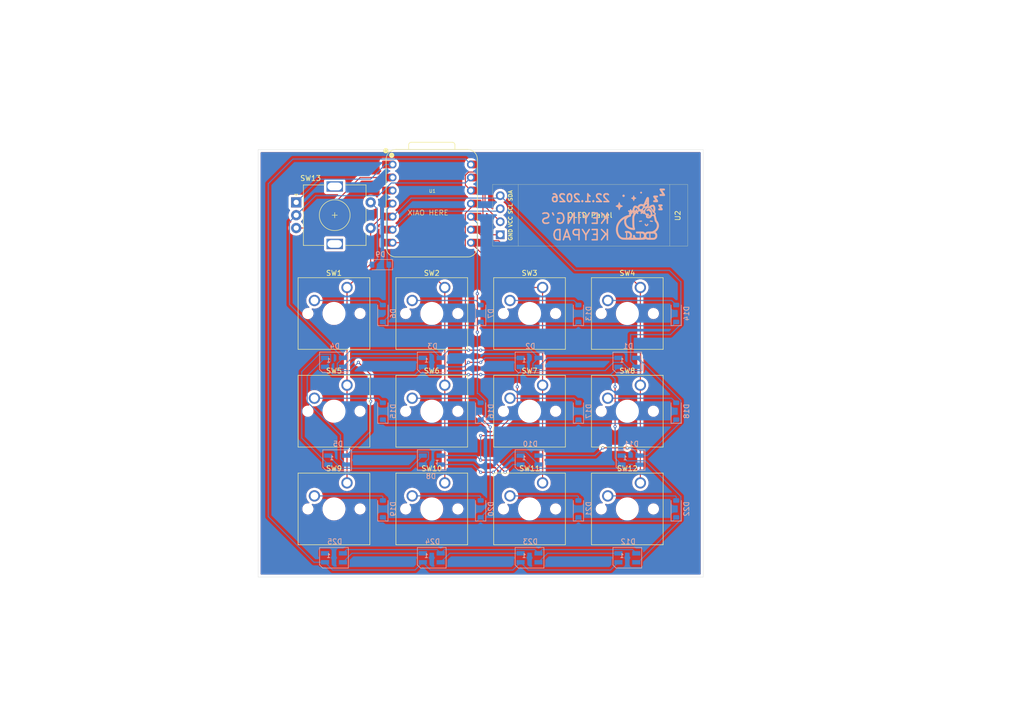
<source format=kicad_pcb>
(kicad_pcb (version 20241229) (generator "pcbnew") (generator_version "9.0")
  (layers (0 "F.Cu" signal) (2 "B.Cu" signal) (13 "F.Paste" user) (15 "B.Paste" user) (5 "F.SilkS" user "F.Silkscreen") (7 "B.SilkS" user "B.Silkscreen") (1 "F.Mask" user) (3 "B.Mask" user) (25 "Edge.Cuts" user))
  (net 0 "")
  (net 1 "+5V")
  (net 2 "GND")
  (net 3 "Net-(D6-A)")
  (net 4 "Net-(D7-A)")
  (net 5 "Net-(D13-A)")
  (net 6 "Net-(D15-A)")
  (net 7 "Net-(D16-A)")
  (net 8 "Net-(D17-A)")
  (net 9 "Net-(D18-A)")
  (net 10 "Net-(D19-A)")
  (net 11 "Row 2")
  (net 12 "Net-(D20-A)")
  (net 13 "Net-(D21-A)")
  (net 14 "Net-(D22-A)")
  (net 15 "Column 3")
  (net 16 "Column 2")
  (net 17 "Column 1")
  (net 18 "Column 0")
  (net 19 "Net-(D1-DOUT)")
  (net 20 "Net-(D2-DOUT)")
  (net 21 "Net-(D5-DOUT)")
  (net 22 "A")
  (net 23 "B")
  (net 24 "Net-(D1-DIN)")
  (net 25 "E")
  (net 26 "Net-(D9-A)")
  (net 27 "Net-(D14-A)")
  (net 28 "Net-(D3-DOUT)")
  (net 29 "Net-(D4-DOUT)")
  (net 30 "Net-(D10-DOUT)")
  (net 31 "Net-(D11-DOUT)")
  (net 32 "Row 1")
  (net 33 "Net-(U1-GPIO7{slash}SCL)")
  (net 34 "+3.3V")
  (net 35 "Net-(D12-VSS)")
  (net 36 "Net-(D12-DOUT)")
  (net 37 "Net-(D23-DOUT)")
  (net 38 "Net-(D24-DOUT)")
  (net 40 "Net-(D1-VDD)")
  (net 41 "Net-(D10-DIN)")
  (footprint "Button_Switch_Keyboard:MX CHERRY SWITCH" (layer "F.Cu") (at 140.6525 87.78875)
    (property "Reference" "SW2")
    (property "Value" "SW_Push_45deg")
  )
  (footprint "OPL Lib:XIAO-RP2040-DIP" (layer "F.Cu") (at 138.1125 71.4375)
    (property "Reference" "U1")
    (property "Value" "XIAO-RP2040-DIP")
  )
  (footprint "Button_Switch_Keyboard:MX CHERRY SWITCH" (layer "F.Cu") (at 140.6525 125.88875)
    (property "Reference" "SW10")
    (property "Value" "SW_Push_45deg")
  )
  (footprint "Button_Switch_Keyboard:MX CHERRY SWITCH" (layer "F.Cu") (at 159.7025 106.83875)
    (property "Reference" "SW7")
    (property "Value" "SW_Push_45deg")
  )
  (footprint "Button_Switch_Keyboard:MX CHERRY SWITCH" (layer "F.Cu") (at 178.7525 87.78875)
    (property "Reference" "SW4")
    (property "Value" "SW_Push_45deg")
  )
  (footprint "Button_Switch_Keyboard:MX CHERRY SWITCH" (layer "F.Cu") (at 159.7025 87.78875)
    (property "Reference" "SW3")
    (property "Value" "SW_Push_45deg")
  )
  (footprint "Button_Switch_Keyboard:MX CHERRY SWITCH" (layer "F.Cu") (at 178.7525 125.88875)
    (property "Reference" "SW12")
    (property "Value" "SW_Push_45deg")
  )
  (footprint "Button_Switch_Keyboard:MX CHERRY SWITCH" (layer "F.Cu") (at 178.7525 106.83875)
    (property "Reference" "SW8")
    (property "Value" "SW_Push_45deg")
  )
  (footprint "OLED:SSD1306-0.91-OLED-4pin-128x32" (layer "F.Cu") (at 187.95375 79.70375 180)
    (property "Reference" "U2")
    (property "Value" "SSD1306")
  )
  (footprint "Button_Switch_Keyboard:MX CHERRY SWITCH" (layer "F.Cu") (at 159.7025 125.88875)
    (property "Reference" "SW11")
    (property "Value" "SW_Push_45deg")
  )
  (footprint "Button_Switch_Keyboard:MX CHERRY SWITCH" (layer "F.Cu") (at 121.6025 125.88875)
    (property "Reference" "SW9")
    (property "Value" "SW_Push_45deg")
  )
  (footprint "Button_Switch_Keyboard:MX CHERRY SWITCH" (layer "F.Cu") (at 140.6525 106.83875)
    (property "Reference" "SW6")
    (property "Value" "SW_Push_45deg")
  )
  (footprint "Rotary encoder:RotaryEncoder_Alps_EC11E-Switch_Vertical_H20mm" (layer "F.Cu") (at 111.70625 71.2)
    (property "Reference" "SW13")
    (property "Value" "RotaryEncoder_Switch")
  )
  (footprint "Button_Switch_Keyboard:MX CHERRY SWITCH" (layer "F.Cu") (at 121.6025 87.78875)
    (property "Reference" "SW1")
    (property "Value" "SW_Push_45deg")
  )
  (footprint "Button_Switch_Keyboard:MX CHERRY SWITCH" (layer "F.Cu") (at 121.6025 106.83875)
    (property "Reference" "SW5")
    (property "Value" "SW_Push_45deg")
  )
  (footprint "Diode_SMD:D_SOD-123" (layer "B.Cu") (at 185.7375 92.86875 90)
    (property "Reference" "D14")
    (property "Value" "1N4148WT")
  )
  (footprint "LED_SMD:LEDSK6812 MODEL" (layer "B.Cu") (at 157.1625 140.49375 180)
    (property "Reference" "D23")
    (property "Value" "SK6812")
  )
  (footprint "LED_SMD:LEDSK6812 MODEL" (layer "B.Cu") (at 119.69375 121.44375 180)
    (property "Reference" "D5")
    (property "Value" "SK6812")
  )
  (footprint "Diode_SMD:D_SOD-123" (layer "B.Cu") (at 128.5875 111.91875 90)
    (property "Reference" "D15")
    (property "Value" "1N4148WT")
  )
  (footprint "Diode_SMD:D_SOD-123" (layer "B.Cu") (at 128.11125 83.34375 180)
    (property "Reference" "D9")
    (property "Value" "1N4148WT")
  )
  (footprint "Hackpad:unicorn 12x12" (layer "B.Cu") (at 178.75 73.5 180)
    (property "Reference" "G***")
    (property "Value" "LOGO" (hide yes))
  )
  (footprint "Diode_SMD:D_SOD-123" (layer "B.Cu") (at 128.5875 92.86875 90)
    (property "Reference" "D6")
    (property "Value" "1N4148WT")
  )
  (footprint "LED_SMD:LEDSK6812 MODEL" (layer "B.Cu") (at 138.1125 121.44375)
    (property "Reference" "D8")
    (property "Value" "SK6812")
  )
  (footprint "Diode_SMD:D_SOD-123" (layer "B.Cu") (at 185.7375 111.91875 90)
    (property "Reference" "D18")
    (property "Value" "1N4148WT")
  )
  (footprint "Diode_SMD:D_SOD-123" (layer "B.Cu") (at 166.6875 111.91875 90)
    (property "Reference" "D17")
    (property "Value" "1N4148WT")
  )
  (footprint "Diode_SMD:D_SOD-123" (layer "B.Cu") (at 166.6875 92.86875 90)
    (property "Reference" "D13")
    (property "Value" "1N4148WT")
  )
  (footprint "Diode_SMD:D_SOD-123" (layer "B.Cu") (at 185.7375 130.96875 90)
    (property "Reference" "D22")
    (property "Value" "1N4148WT")
  )
  (footprint "Diode_SMD:D_SOD-123" (layer "B.Cu") (at 147.6375 111.91875 90)
    (property "Reference" "D16")
    (property "Value" "1N4148WT")
  )
  (footprint "LED_SMD:LEDSK6812 MODEL" (layer "B.Cu") (at 138.1125 102.39375 180)
    (property "Reference" "D3")
    (property "Value" "SK6812")
  )
  (footprint "Diode_SMD:D_SOD-123" (layer "B.Cu") (at 166.6875 130.96875 90)
    (property "Reference" "D21")
    (property "Value" "1N4148WT")
  )
  (footprint "LED_SMD:LEDSK6812 MODEL" (layer "B.Cu") (at 157.1625 121.44375 180)
    (property "Reference" "D10")
    (property "Value" "SK6812")
  )
  (footprint "LED_SMD:LEDSK6812 MODEL" (layer "B.Cu") (at 157.1625 102.39375 180)
    (property "Reference" "D2")
    (property "Value" "SK6812")
  )
  (footprint "Diode_SMD:D_SOD-123" (layer "B.Cu") (at 147.6375 130.96875 90)
    (property "Reference" "D20")
    (property "Value" "1N4148WT")
  )
  (footprint "Diode_SMD:D_SOD-123" (layer "B.Cu") (at 147.6375 92.86875 90)
    (property "Reference" "D7")
    (property "Value" "1N4148WT")
  )
  (footprint "LED_SMD:LEDSK6812 MODEL" (layer "B.Cu") (at 119.0625 140.49375 180)
    (property "Reference" "D25")
    (property "Value" "SK6812")
  )
  (footprint "LED_SMD:LEDSK6812 MODEL" (layer "B.Cu") (at 176.84375 121.44375 180)
    (property "Reference" "D11")
    (property "Value" "SK6812")
  )
  (footprint "LED_SMD:LEDSK6812 MODEL" (layer "B.Cu") (at 176.2125 102.39375 180)
    (property "Reference" "D1")
    (property "Value" "SK6812")
  )
  (footprint "LED_SMD:LEDSK6812 MODEL" (layer "B.Cu") (at 138.1125 140.49375 180)
    (property "Reference" "D24")
    (property "Value" "SK6812")
  )
  (footprint "LED_SMD:LEDSK6812 MODEL" (layer "B.Cu") (at 119.0625 102.39375 180)
    (property "Reference" "D4")
    (property "Value" "SK6812")
  )
  (footprint "LED_SMD:LEDSK6812 MODEL" (layer "B.Cu") (at 176.2125 140.49375 180)
    (property "Reference" "D12")
    (property "Value" "SK6812")
  )
  (footprint "Diode_SMD:D_SOD-123" (layer "B.Cu") (at 128.5875 130.96875 90)
    (property "Reference" "D19")
    (property "Value" "1N4148WT")
  )
  (gr_rect (start 104.275 60.9125) (end 191 144.25625) (stroke (width 0.05)) (fill no) (layer "Edge.Cuts"))
  (gr_text "XIAO HERE" (at 133.35 73.81875 0) (layer "F.SilkS") (effects (font (size 1 1) (thickness 0.1)) (justify left bottom)))
  (gr_text "KEYING'S\nKEYPAD" (at 173 78.75 0) (layer "B.SilkS") (effects (font (size 2 2) (thickness 0.3)) (justify left bottom mirror)))
  (gr_text "22.1.2026" (at 173 71.25 -0) (layer "B.SilkS") (effects (font (size 1.5 1.5) (thickness 0.3) (bold yes)) (justify left bottom mirror)))
  (segment (start 172.95625 142.875) (end 174.4625 141.36875) (width 0.2) (layer "B.Cu") (net 1))
  (segment (start 117.3125 141.36875) (end 118.81875 142.875) (width 0.2) (layer "B.Cu") (net 1))
  (segment (start 111.07675 62.7545) (end 106.26775 67.5635) (width 0.2) (layer "B.Cu") (net 1))
  (segment (start 136.3625 141.36875) (end 137.86875 142.875) (width 0.2) (layer "B.Cu") (net 1))
  (segment (start 106.26775 67.5635) (end 106.26775 132.4615) (width 0.2) (layer "B.Cu") (net 1))
  (segment (start 145.7325 63.8175) (end 144.6695 62.7545) (width 0.2) (layer "B.Cu") (net 1))
  (segment (start 156.91875 142.875) (end 172.95625 142.875) (width 0.2) (layer "B.Cu") (net 1))
  (segment (start 144.6695 62.7545) (end 111.07675 62.7545) (width 0.2) (layer "B.Cu") (net 1))
  (segment (start 155.4125 141.36875) (end 156.91875 142.875) (width 0.2) (layer "B.Cu") (net 1))
  (segment (start 134.85625 142.875) (end 136.3625 141.36875) (width 0.2) (layer "B.Cu") (net 1))
  (segment (start 115.175 141.36875) (end 117.3125 141.36875) (width 0.2) (layer "B.Cu") (net 1))
  (segment (start 137.86875 142.875) (end 153.90625 142.875) (width 0.2) (layer "B.Cu") (net 1))
  (segment (start 153.90625 142.875) (end 155.4125 141.36875) (width 0.2) (layer "B.Cu") (net 1))
  (segment (start 118.81875 142.875) (end 134.85625 142.875) (width 0.2) (layer "B.Cu") (net 1))
  (segment (start 106.26775 132.4615) (end 115.175 141.36875) (width 0.2) (layer "B.Cu") (net 1))
  (segment (start 146.81013 66.3575) (end 145.7325 66.3575) (width 0.2) (layer "F.Cu") (net 2))
  (segment (start 148.0845 67.63187) (end 146.81013 66.3575) (width 0.2) (layer "F.Cu") (net 2))
  (segment (start 145.2695 100.0125) (end 147.6375 100.0125) (width 0.2) (layer "F.Cu") (net 2))
  (segment (start 149.39825 77.51375) (end 148.0845 76.2) (width 0.2) (layer "F.Cu") (net 2))
  (segment (start 126.20625 109.97875) (end 126.20625 104.775) (width 0.2) (layer "F.Cu") (net 2))
  (segment (start 151.45375 77.51375) (end 149.39825 77.51375) (width 0.2) (layer "F.Cu") (net 2))
  (segment (start 148.0845 76.2) (end 148.0845 67.63187) (width 0.2) (layer "F.Cu") (net 2))
  (segment (start 171.45 119.0625) (end 176.2125 119.0625) (width 0.2) (layer "F.Cu") (net 2))
  (segment (start 126.20625 104.775) (end 123.825 102.39375) (width 0.2) (layer "F.Cu") (net 2))
  (via (at 126.20625 109.97875) (size 0.6) (drill 0.3) (layers "F.Cu" "B.Cu") (net 2))
  (via (at 123.825 102.39375) (size 0.6) (drill 0.3) (layers "F.Cu" "B.Cu") (net 2))
  (via (at 147.6375 100.0125) (size 0.6) (drill 0.3) (layers "F.Cu" "B.Cu") (net 2))
  (via (at 171.45 119.0625) (size 0.6) (drill 0.3) (layers "F.Cu" "B.Cu") (net 2))
  (via (at 145.2695 100.0125) (size 0.6) (drill 0.3) (layers "F.Cu" "B.Cu") (net 2))
  (via (at 176.2125 119.0625) (size 0.6) (drill 0.3) (layers "F.Cu" "B.Cu") (net 2))
  (segment (start 158.9125 101.51875) (end 157.8115 102.61975) (width 0.2) (layer "B.Cu") (net 2))
  (segment (start 176.2125 119.0625) (end 177.0875 119.0625) (width 0.2) (layer "B.Cu") (net 2))
  (segment (start 186.6385 114.01786) (end 186.6385 109.81964) (width 0.2) (layer "B.Cu") (net 2))
  (segment (start 178.33761 101.51875) (end 177.9625 101.51875) (width 0.2) (layer "B.Cu") (net 2))
  (segment (start 122.31875 100.0125) (end 138.35625 100.0125) (width 0.2) (layer "B.Cu") (net 2))
  (segment (start 178.59375 120.56875) (end 180.08761 120.56875) (width 0.2) (layer "B.Cu") (net 2))
  (segment (start 157.8115 103.99475) (end 171.9095 103.99475) (width 0.2) (layer "B.Cu") (net 2))
  (segment (start 158.9125 120.56875) (end 169.94375 120.56875) (width 0.2) (layer "B.Cu") (net 2))
  (segment (start 111.70625 73.7) (end 115.50725 69.899) (width 0.2) (layer "B.Cu") (net 2))
  (segment (start 180.08761 120.56875) (end 186.6385 114.01786) (width 0.2) (layer "B.Cu") (net 2))
  (segment (start 175.2605 102.39375) (end 176.8615 103.99475) (width 0.2) (layer "B.Cu") (net 2))
  (segment (start 137.4635 121.21775) (end 137.4635 119.84275) (width 0.2) (layer "B.Cu") (net 2))
  (segment (start 123.825 102.39375) (end 122.224 103.99475) (width 0.2) (layer "B.Cu") (net 2))
  (segment (start 151.45375 77.51375) (end 150.973 77.9945) (width 0.2) (layer "B.Cu") (net 2))
  (segment (start 173.5105 102.39375) (end 175.2605 102.39375) (width 0.2) (layer "B.Cu") (net 2))
  (segment (start 119.7115 102.61975) (end 120.8125 101.51875) (width 0.2) (layer "B.Cu") (net 2))
  (segment (start 147.6375 100.0125) (end 157.40625 100.0125) (width 0.2) (layer "B.Cu") (net 2))
  (segment (start 141.36875 100.0125) (end 145.2695 100.0125) (width 0.2) (layer "B.Cu") (net 2))
  (segment (start 157.40625 100.0125) (end 158.9125 101.51875) (width 0.2) (layer "B.Cu") (net 2))
  (segment (start 110.40525 75.001) (end 111.70625 73.7) (width 0.2) (layer "B.Cu") (net 2))
  (segment (start 137.4635 119.84275) (end 122.16975 119.84275) (width 0.2) (layer "B.Cu") (net 2))
  (segment (start 177.0875 119.0625) (end 178.59375 120.56875) (width 0.2) (layer "B.Cu") (net 2))
  (segment (start 179.0635 102.61975) (end 177.9625 101.51875) (width 0.2) (layer "B.Cu") (net 2))
  (segment (start 120.8125 101.51875) (end 122.31875 100.0125) (width 0.2) (layer "B.Cu") (net 2))
  (segment (start 126.20625 115.80625) (end 126.20625 109.97875) (width 0.2) (layer "B.Cu") (net 2))
  (segment (start 138.35625 100.0125) (end 139.8625 101.51875) (width 0.2) (layer "B.Cu") (net 2))
  (segment (start 179.0635 103.99475) (end 179.0635 102.61975) (width 0.2) (layer "B.Cu") (net 2))
  (segment (start 115.50725 69.899) (end 127.74475 69.899) (width 0.2) (layer "B.Cu") (net 2))
  (segment (start 127.74475 69.899) (end 130.22325 67.4205) (width 0.2) (layer "B.Cu") (net 2))
  (segment (start 119.7115 103.99475) (end 119.7115 102.61975) (width 0.2) (layer "B.Cu") (net 2))
  (segment (start 169.94375 120.56875) (end 171.45 119.0625) (width 0.2) (layer "B.Cu") (net 2))
  (segment (start 110.40525 91.1115) (end 110.40525 75.001) (width 0.2) (layer "B.Cu") (net 2))
  (segment (start 171.9095 103.99475) (end 173.5105 102.39375) (width 0.2) (layer "B.Cu") (net 2))
  (segment (start 121.44375 120.56875) (end 126.20625 115.80625) (width 0.2) (layer "B.Cu") (net 2))
  (segment (start 144.6695 67.4205) (end 145.7325 66.3575) (width 0.2) (layer "B.Cu") (net 2))
  (segment (start 176.8615 103.99475) (end 179.0635 103.99475) (width 0.2) (layer "B.Cu") (net 2))
  (segment (start 122.16975 119.84275) (end 121.44375 120.56875) (width 0.2) (layer "B.Cu") (net 2))
  (segment (start 136.3625 122.31875) (end 137.4635 121.21775) (width 0.2) (layer "B.Cu") (net 2))
  (segment (start 186.6385 109.81964) (end 178.33761 101.51875) (width 0.2) (layer "B.Cu") (net 2))
  (segment (start 130.22325 67.4205) (end 144.6695 67.4205) (width 0.2) (layer "B.Cu") (net 2))
  (segment (start 157.8115 102.61975) (end 157.8115 103.99475) (width 0.2) (layer "B.Cu") (net 2))
  (segment (start 120.8125 101.51875) (end 110.40525 91.1115) (width 0.2) (layer "B.Cu") (net 2))
  (segment (start 139.8625 101.51875) (end 141.36875 100.0125) (width 0.2) (layer "B.Cu") (net 2))
  (segment (start 122.224 103.99475) (end 119.7115 103.99475) (width 0.2) (layer "B.Cu") (net 2))
  (segment (start 127.6975 90.32875) (end 128.5875 91.21875) (width 0.2) (layer "B.Cu") (net 3))
  (segment (start 115.2525 90.32875) (end 127.6975 90.32875) (width 0.2) (layer "B.Cu") (net 3))
  (segment (start 134.3025 90.32875) (end 146.7475 90.32875) (width 0.2) (layer "B.Cu") (net 4))
  (segment (start 146.7475 90.32875) (end 147.6375 91.21875) (width 0.2) (layer "B.Cu") (net 4))
  (segment (start 153.3525 90.32875) (end 165.7975 90.32875) (width 0.2) (layer "B.Cu") (net 5))
  (segment (start 165.7975 90.32875) (end 166.6875 91.21875) (width 0.2) (layer "B.Cu") (net 5))
  (segment (start 128.5875 110.26875) (end 127.6975 109.37875) (width 0.2) (layer "B.Cu") (net 6))
  (segment (start 127.6975 109.37875) (end 115.2525 109.37875) (width 0.2) (layer "B.Cu") (net 6))
  (segment (start 147.6375 110.26875) (end 146.7475 109.37875) (width 0.2) (layer "B.Cu") (net 7))
  (segment (start 146.7475 109.37875) (end 134.3025 109.37875) (width 0.2) (layer "B.Cu") (net 7))
  (segment (start 165.7975 109.37875) (end 153.3525 109.37875) (width 0.2) (layer "B.Cu") (net 8))
  (segment (start 166.6875 110.26875) (end 165.7975 109.37875) (width 0.2) (layer "B.Cu") (net 8))
  (segment (start 185.7375 110.26875) (end 184.8475 109.37875) (width 0.2) (layer "B.Cu") (net 9))
  (segment (start 184.8475 109.37875) (end 172.4025 109.37875) (width 0.2) (layer "B.Cu") (net 9))
  (segment (start 128.42875 128.42875) (end 128.5875 128.5875) (width 0.2) (layer "B.Cu") (net 10))
  (segment (start 128.5875 129.31875) (end 128.5875 128.5875) (width 0.2) (layer "B.Cu") (net 10))
  (segment (start 115.2525 128.42875) (end 128.42875 128.42875) (width 0.2) (layer "B.Cu") (net 10))
  (segment (start 144.6695 73.3355) (end 144.6695 110.1695) (width 0.2) (layer "F.Cu") (net 11))
  (segment (start 144.6695 110.1695) (end 149.5 115) (width 0.2) (layer "F.Cu") (net 11))
  (segment (start 146.5675 71.4375) (end 144.6695 73.3355) (width 0.2) (layer "F.Cu") (net 11))
  (via (at 149.5 115) (size 0.6) (drill 0.3) (layers "F.Cu" "B.Cu") (net 11))
  (segment (start 185.7375 132.61875) (end 185.0365 133.31975) (width 0.2) (layer "B.Cu") (net 11))
  (segment (start 148.3385 133.31975) (end 147.6375 132.61875) (width 0.2) (layer "B.Cu") (net 11))
  (segment (start 147.6375 132.61875) (end 149.5 130.75625) (width 0.2) (layer "B.Cu") (net 11))
  (segment (start 167.3885 133.31975) (end 166.6875 132.61875) (width 0.2) (layer "B.Cu") (net 11))
  (segment (start 165.9865 133.31975) (end 148.3385 133.31975) (width 0.2) (layer "B.Cu") (net 11))
  (segment (start 147.6375 132.61875) (end 146.90625 133.35) (width 0.2) (layer "B.Cu") (net 11))
  (segment (start 146.90625 133.35) (end 129.31875 133.35) (width 0.2) (layer "B.Cu") (net 11))
  (segment (start 129.31875 133.35) (end 128.5875 132.61875) (width 0.2) (layer "B.Cu") (net 11))
  (segment (start 149.5 130.75625) (end 149.5 115) (width 0.2) (layer "B.Cu") (net 11))
  (segment (start 185.0365 133.31975) (end 167.3885 133.31975) (width 0.2) (layer "B.Cu") (net 11))
  (segment (start 166.6875 132.61875) (end 165.9865 133.31975) (width 0.2) (layer "B.Cu") (net 11))
  (segment (start 147.47875 128.42875) (end 147.6375 128.5875) (width 0.2) (layer "B.Cu") (net 12))
  (segment (start 147.6375 129.31875) (end 147.6375 128.5875) (width 0.2) (layer "B.Cu") (net 12))
  (segment (start 134.3025 128.42875) (end 147.47875 128.42875) (width 0.2) (layer "B.Cu") (net 12))
  (segment (start 166.6875 129.31875) (end 166.6875 128.5875) (width 0.2) (layer "B.Cu") (net 13))
  (segment (start 153.3525 128.42875) (end 166.52875 128.42875) (width 0.2) (layer "B.Cu") (net 13))
  (segment (start 166.52875 128.42875) (end 166.6875 128.5875) (width 0.2) (layer "B.Cu") (net 13))
  (segment (start 185.7375 129.31875) (end 185.7375 128.5875) (width 0.2) (layer "B.Cu") (net 14))
  (segment (start 172.4025 128.42875) (end 185.57875 128.42875) (width 0.2) (layer "B.Cu") (net 14))
  (segment (start 185.57875 128.42875) (end 185.7375 128.5875) (width 0.2) (layer "B.Cu") (net 14))
  (segment (start 126.20625 76.2) (end 128.1405 74.26575) (width 0.2) (layer "F.Cu") (net 15))
  (segment (start 128.1405 70.4145) (end 129.6575 68.8975) (width 0.2) (layer "F.Cu") (net 15))
  (segment (start 126.20625 83.185) (end 126.20625 76.2) (width 0.2) (layer "F.Cu") (net 15))
  (segment (start 121.6025 87.78875) (end 126.20625 83.185) (width 0.2) (layer "F.Cu") (net 15))
  (segment (start 121.6025 87.78875) (end 121.6025 125.88875) (width 0.2) (layer "F.Cu") (net 15))
  (segment (start 129.6575 68.8975) (end 130.4925 68.8975) (width 0.2) (layer "F.Cu") (net 15))
  (segment (start 128.1405 74.26575) (end 128.1405 70.4145) (width 0.2) (layer "F.Cu") (net 15))
  (segment (start 140.6525 125.88875) (end 140.6525 87.78875) (width 0.2) (layer "F.Cu") (net 16))
  (segment (start 131.92125 79.0575) (end 130.4925 79.0575) (width 0.2) (layer "F.Cu") (net 16))
  (segment (start 140.6525 87.78875) (end 131.92125 79.0575) (width 0.2) (layer "F.Cu") (net 16))
  (segment (start 159.7025 87.78875) (end 154.46375 87.78875) (width 0.2) (layer "F.Cu") (net 17))
  (segment (start 154.46375 87.78875) (end 145.7325 79.0575) (width 0.2) (layer "F.Cu") (net 17))
  (segment (start 159.7025 87.78875) (end 159.7025 125.88875) (width 0.2) (layer "F.Cu") (net 17))
  (segment (start 178.7525 87.78875) (end 176.68875 85.725) (width 0.2) (layer "F.Cu") (net 18))
  (segment (start 176.68875 85.725) (end 158.20585 85.725) (width 0.2) (layer "F.Cu") (net 18))
  (segment (start 178.7525 125.88875) (end 178.7525 87.78875) (width 0.2) (layer "F.Cu") (net 18))
  (segment (start 151.1456 78.66475) (end 148.71475 78.66475) (width 0.2) (layer "F.Cu") (net 18))
  (segment (start 158.20585 85.725) (end 151.1456 78.66475) (width 0.2) (layer "F.Cu") (net 18))
  (segment (start 146.875616 76.5175) (end 145.7325 76.5175) (width 0.2) (layer "F.Cu") (net 18))
  (segment (start 148.71475 78.66475) (end 146.5675 76.5175) (width 0.2) (layer "F.Cu") (net 18))
  (segment (start 174.4625 101.51875) (end 160.6625 101.51875) (width 0.2) (layer "B.Cu") (net 19))
  (segment (start 160.6625 101.51875) (end 158.9125 103.26875) (width 0.2) (layer "B.Cu") (net 19))
  (segment (start 147.6375 102.39375) (end 145.2695 102.39375) (width 0.2) (layer "F.Cu") (net 20))
  (via (at 145.2695 102.39375) (size 0.6) (drill 0.3) (layers "F.Cu" "B.Cu") (net 20))
  (via (at 147.6375 102.39375) (size 0.6) (drill 0.3) (layers "F.Cu" "B.Cu") (net 20))
  (segment (start 148.5125 101.51875) (end 147.6375 102.39375) (width 0.2) (layer "B.Cu") (net 20))
  (segment (start 144.3945 103.26875) (end 139.8625 103.26875) (width 0.2) (layer "B.Cu") (net 20))
  (segment (start 155.4125 101.51875) (end 148.5125 101.51875) (width 0.2) (layer "B.Cu") (net 20))
  (segment (start 145.2695 102.39375) (end 144.3945 103.26875) (width 0.2) (layer "B.Cu") (net 20))
  (segment (start 133.8865 123.04475) (end 120.41975 123.04475) (width 0.2) (layer "B.Cu") (net 21))
  (segment (start 136.3625 120.56875) (end 133.8865 123.04475) (width 0.2) (layer "B.Cu") (net 21))
  (segment (start 117.94375 120.56875) (end 120.41975 123.04475) (width 0.2) (layer "B.Cu") (net 21))
  (segment (start 116.23125 66.675) (end 126.20625 66.675) (width 0.2) (layer "B.Cu") (net 22))
  (segment (start 126.20625 66.675) (end 129.06375 63.8175) (width 0.2) (layer "B.Cu") (net 22))
  (segment (start 111.70625 71.2) (end 116.23125 66.675) (width 0.2) (layer "B.Cu") (net 22))
  (segment (start 129.06375 63.8175) (end 130.4925 63.8175) (width 0.2) (layer "B.Cu") (net 22))
  (segment (start 130.4925 66.3575) (end 124.15075 66.3575) (width 0.2) (layer "F.Cu") (net 23))
  (segment (start 114.30825 76.2) (end 111.70625 76.2) (width 0.2) (layer "F.Cu") (net 23))
  (segment (start 124.15075 66.3575) (end 114.30825 76.2) (width 0.2) (layer "F.Cu") (net 23))
  (segment (start 176.8615 102.16775) (end 176.8615 96.98225) (width 0.2) (layer "B.Cu") (net 24))
  (segment (start 150.973 70.3745) (end 134.0955 70.3745) (width 0.2) (layer "B.Cu") (net 24))
  (segment (start 176.8615 96.98225) (end 184.62411 96.98225) (width 0.2) (layer "B.Cu") (net 24))
  (segment (start 151.45375 69.89375) (end 150.973 70.3745) (width 0.2) (layer "B.Cu") (net 24))
  (segment (start 134.0955 70.3745) (end 130.4925 73.9775) (width 0.2) (layer "B.Cu") (net 24))
  (segment (start 184.40625 84.46875) (end 166.02875 84.46875) (width 0.2) (layer "B.Cu") (net 24))
  (segment (start 184.62411 96.98225) (end 186.6385 94.96786) (width 0.2) (layer "B.Cu") (net 24))
  (segment (start 166.02875 84.46875) (end 151.45375 69.89375) (width 0.2) (layer "B.Cu") (net 24))
  (segment (start 186.6385 94.96786) (end 186.6385 86.701) (width 0.2) (layer "B.Cu") (net 24))
  (segment (start 186.6385 86.701) (end 184.40625 84.46875) (width 0.2) (layer "B.Cu") (net 24))
  (segment (start 177.9625 103.26875) (end 176.8615 102.16775) (width 0.2) (layer "B.Cu") (net 24))
  (segment (start 146.9365 95.21975) (end 129.2885 95.21975) (width 0.2) (layer "B.Cu") (net 25))
  (segment (start 147.6375 94.51875) (end 146.9365 95.21975) (width 0.2) (layer "B.Cu") (net 25))
  (segment (start 129.76125 83.34375) (end 129.4295 83.012) (width 0.2) (layer "B.Cu") (net 25))
  (segment (start 129.4295 83.012) (end 129.4295 72.5005) (width 0.2) (layer "B.Cu") (net 25))
  (segment (start 185.00625 95.25) (end 167.41875 95.25) (width 0.2) (layer "B.Cu") (net 25))
  (segment (start 129.4295 72.5005) (end 130.4925 71.4375) (width 0.2) (layer "B.Cu") (net 25))
  (segment (start 166.6875 94.51875) (end 165.9865 95.21975) (width 0.2) (layer "B.Cu") (net 25))
  (segment (start 165.9865 95.21975) (end 148.3385 95.21975) (width 0.2) (layer "B.Cu") (net 25))
  (segment (start 129.76125 83.34375) (end 129.76125 93.345) (width 0.2) (layer "B.Cu") (net 25))
  (segment (start 148.3385 95.21975) (end 147.6375 94.51875) (width 0.2) (layer "B.Cu") (net 25))
  (segment (start 185.7375 94.51875) (end 185.00625 95.25) (width 0.2) (layer "B.Cu") (net 25))
  (segment (start 129.2885 95.21975) (end 128.5875 94.51875) (width 0.2) (layer "B.Cu") (net 25))
  (segment (start 129.76125 93.345) (end 128.5875 94.51875) (width 0.2) (layer "B.Cu") (net 25))
  (segment (start 167.41875 95.25) (end 166.6875 94.51875) (width 0.2) (layer "B.Cu") (net 25))
  (segment (start 127.50725 72.501) (end 126.20625 71.2) (width 0.2) (layer "B.Cu") (net 26))
  (segment (start 127.50725 82.29775) (end 127.50725 72.501) (width 0.2) (layer "B.Cu") (net 26))
  (segment (start 126.46125 83.34375) (end 127.50725 82.29775) (width 0.2) (layer "B.Cu") (net 26))
  (segment (start 172.4025 90.32875) (end 184.8475 90.32875) (width 0.2) (layer "B.Cu") (net 27))
  (segment (start 184.8475 90.32875) (end 185.7375 91.21875) (width 0.2) (layer "B.Cu") (net 27))
  (segment (start 122.5625 101.51875) (end 120.8125 103.26875) (width 0.2) (layer "B.Cu") (net 28))
  (segment (start 136.3625 101.51875) (end 122.5625 101.51875) (width 0.2) (layer "B.Cu") (net 28))
  (segment (start 120.34275 121.21775) (end 121.44375 122.31875) (width 0.2) (layer "B.Cu") (net 29))
  (segment (start 113.8515 104.97975) (end 113.8515 110.08928) (width 0.2) (layer "B.Cu") (net 29))
  (segment (start 117.3125 101.51875) (end 113.8515 104.97975) (width 0.2) (layer "B.Cu") (net 29))
  (segment (start 120.34275 116.58053) (end 120.34275 121.21775) (width 0.2) (layer "B.Cu") (net 29))
  (segment (start 113.8515 110.08928) (end 120.34275 116.58053) (width 0.2) (layer "B.Cu") (net 29))
  (segment (start 157.8885 123.04475) (end 155.4125 120.56875) (width 0.2) (layer "B.Cu") (net 30))
  (segment (start 178.59375 122.31875) (end 177.86775 123.04475) (width 0.2) (layer "B.Cu") (net 30))
  (segment (start 177.86775 123.04475) (end 157.8885 123.04475) (width 0.2) (layer "B.Cu") (net 30))
  (segment (start 178.33761 141.36875) (end 177.9625 141.36875) (width 0.2) (layer "B.Cu") (net 31))
  (segment (start 186.6385 133.06786) (end 178.33761 141.36875) (width 0.2) (layer "B.Cu") (net 31))
  (segment (start 186.6385 128.5365) (end 186.6385 133.06786) (width 0.2) (layer "B.Cu") (net 31))
  (segment (start 179.69475 121.59275) (end 186.6385 128.5365) (width 0.2) (layer "B.Cu") (net 31))
  (segment (start 176.11775 121.59275) (end 179.69475 121.59275) (width 0.2) (layer "B.Cu") (net 31))
  (segment (start 175.09375 120.56875) (end 176.11775 121.59275) (width 0.2) (layer "B.Cu") (net 31))
  (segment (start 147 96.5) (end 147 89) (width 0.2) (layer "F.Cu") (net 32))
  (via (at 147 89) (size 0.6) (drill 0.3) (layers "F.Cu" "B.Cu") (net 32))
  (via (at 147 96.5) (size 0.6) (drill 0.3) (layers "F.Cu" "B.Cu") (net 32))
  (segment (start 147 108.5) (end 147.21886 108.5) (width 0.2) (layer "B.Cu") (net 32))
  (segment (start 148.5385 109.81964) (end 148.5385 112.66775) (width 0.2) (layer "B.Cu") (net 32))
  (segment (start 129.2885 114.26975) (end 146.9365 114.26975) (width 0.2) (layer "B.Cu") (net 32))
  (segment (start 147 96.5) (end 147 108.5) (width 0.2) (layer "B.Cu") (net 32))
  (segment (start 185.00625 114.3) (end 185.7375 113.56875) (width 0.2) (layer "B.Cu") (net 32))
  (segment (start 167.41875 114.3) (end 185.00625 114.3) (width 0.2) (layer "B.Cu") (net 32))
  (segment (start 165.95625 114.3) (end 166.6875 113.56875) (width 0.2) (layer "B.Cu") (net 32))
  (segment (start 147.21886 108.5) (end 148.5385 109.81964) (width 0.2) (layer "B.Cu") (net 32))
  (segment (start 148.36875 114.3) (end 165.95625 114.3) (width 0.2) (layer "B.Cu") (net 32))
  (segment (start 166.6875 113.56875) (end 167.41875 114.3) (width 0.2) (layer "B.Cu") (net 32))
  (segment (start 148.36875 114.3) (end 147.6375 113.56875) (width 0.2) (layer "B.Cu") (net 32))
  (segment (start 128.5875 113.56875) (end 129.2885 114.26975) (width 0.2) (layer "B.Cu") (net 32))
  (segment (start 147 75.245) (end 145.7325 73.9775) (width 0.2) (layer "B.Cu") (net 32))
  (segment (start 146.9365 114.26975) (end 147.6375 113.56875) (width 0.2) (layer "B.Cu") (net 32))
  (segment (start 148.5385 112.66775) (end 147.6375 113.56875) (width 0.2) (layer "B.Cu") (net 32))
  (segment (start 147 89) (end 147 75.245) (width 0.2) (layer "B.Cu") (net 32))
  (segment (start 150.973 72.9145) (end 134.0955 72.9145) (width 0.2) (layer "B.Cu") (net 33))
  (segment (start 134.0955 72.9145) (end 130.4925 76.5175) (width 0.2) (layer "B.Cu") (net 33))
  (segment (start 151.45375 72.43375) (end 150.973 72.9145) (width 0.2) (layer "B.Cu") (net 33))
  (segment (start 148.4855 72.0055) (end 148.4855 65.956874) (width 0.2) (layer "F.Cu") (net 34))
  (segment (start 147.823126 65.2945) (end 145.29219 65.2945) (width 0.2) (layer "F.Cu") (net 34))
  (segment (start 144.6695 65.91719) (end 144.6695 67.8345) (width 0.2) (layer "F.Cu") (net 34))
  (segment (start 151.45375 74.97375) (end 148.4855 72.0055) (width 0.2) (layer "F.Cu") (net 34))
  (segment (start 148.4855 65.956874) (end 147.823126 65.2945) (width 0.2) (layer "F.Cu") (net 34))
  (segment (start 145.29219 65.2945) (end 144.6695 65.91719) (width 0.2) (layer "F.Cu") (net 34))
  (segment (start 144.6695 67.8345) (end 145.7325 68.8975) (width 0.2) (layer "F.Cu") (net 34))
  (segment (start 159.6385 138.89275) (end 158.9125 139.61875) (width 0.2) (layer "B.Cu") (net 35))
  (segment (start 120.8125 139.61875) (end 121.5385 138.89275) (width 0.2) (layer "B.Cu") (net 35))
  (segment (start 177.2365 138.89275) (end 159.6385 138.89275) (width 0.2) (layer "B.Cu") (net 35))
  (segment (start 177.9625 139.61875) (end 177.2365 138.89275) (width 0.2) (layer "B.Cu") (net 35))
  (segment (start 139.8625 139.61875) (end 140.5885 138.89275) (width 0.2) (layer "B.Cu") (net 35))
  (segment (start 140.5885 138.89275) (end 158.1865 138.89275) (width 0.2) (layer "B.Cu") (net 35))
  (segment (start 158.1865 138.89275) (end 158.9125 139.61875) (width 0.2) (layer "B.Cu") (net 35))
  (segment (start 121.5385 138.89275) (end 139.1365 138.89275) (width 0.2) (layer "B.Cu") (net 35))
  (segment (start 139.1365 138.89275) (end 139.8625 139.61875) (width 0.2) (layer "B.Cu") (net 35))
  (segment (start 160.6625 139.61875) (end 158.9125 141.36875) (width 0.2) (layer "B.Cu") (net 36))
  (segment (start 174.4625 139.61875) (end 160.6625 139.61875) (width 0.2) (layer "B.Cu") (net 36))
  (segment (start 141.6125 139.61875) (end 139.8625 141.36875) (width 0.2) (layer "B.Cu") (net 37))
  (segment (start 155.4125 139.61875) (end 141.6125 139.61875) (width 0.2) (layer "B.Cu") (net 37))
  (segment (start 136.3625 139.61875) (end 122.5625 139.61875) (width 0.2) (layer "B.Cu") (net 38))
  (segment (start 122.5625 139.61875) (end 120.8125 141.36875) (width 0.2) (layer "B.Cu") (net 38))
  (segment (start 147.6375 121.44375) (end 150.01875 121.44375) (width 0.2) (layer "F.Cu") (net 40))
  (segment (start 154.78125 111.91875) (end 154.78125 107.15625) (width 0.2) (layer "F.Cu") (net 40))
  (segment (start 147.6375 116.68125) (end 150.01875 116.68125) (width 0.2) (layer "F.Cu") (net 40))
  (segment (start 173.83125 114.9) (end 173.83125 107.15625) (width 0.2) (layer "F.Cu") (net 40))
  (segment (start 150.01875 116.68125) (end 154.78125 111.91875) (width 0.2) (layer "F.Cu") (net 40))
  (segment (start 150.01875 121.44375) (end 152.4 123.825) (width 0.2) (layer "F.Cu") (net 40))
  (segment (start 145.2695 104.775) (end 147.6375 104.775) (width 0.2) (layer "F.Cu") (net 40))
  (via (at 147.6375 116.68125) (size 0.6) (drill 0.3) (layers "F.Cu" "B.Cu") (net 40))
  (via (at 154.78125 107.15625) (size 0.6) (drill 0.3) (layers "F.Cu" "B.Cu") (net 40))
  (via (at 173.83125 107.15625) (size 0.6) (drill 0.3) (layers "F.Cu" "B.Cu") (net 40))
  (via (at 173.83125 114.9) (size 0.6) (drill 0.3) (layers "F.Cu" "B.Cu") (net 40))
  (via (at 152.4 123.825) (size 0.6) (drill 0.3) (layers "F.Cu" "B.Cu") (net 40))
  (via (at 147.6375 121.44375) (size 0.6) (drill 0.3) (layers "F.Cu" "B.Cu") (net 40))
  (via (at 145.2695 104.775) (size 0.6) (drill 0.3) (layers "F.Cu" "B.Cu") (net 40))
  (via (at 147.6375 104.775) (size 0.6) (drill 0.3) (layers "F.Cu" "B.Cu") (net 40))
  (segment (start 147.6375 121.44375) (end 147.6375 116.68125) (width 0.2) (layer "B.Cu") (net 40))
  (segment (start 117.94375 122.31875) (end 112.7815 117.1565) (width 0.2) (layer "B.Cu") (net 40))
  (segment (start 155.4125 103.26875) (end 156.91875 104.775) (width 0.2) (layer "B.Cu") (net 40))
  (segment (start 154.78125 104.775) (end 147.6375 104.775) (width 0.2) (layer "B.Cu") (net 40))
  (segment (start 112.7815 104.22275) (end 116.2115 100.79275) (width 0.2) (layer "B.Cu") (net 40))
  (segment (start 156.91875 104.775) (end 172.95625 104.775) (width 0.2) (layer "B.Cu") (net 40))
  (segment (start 172.95625 104.775) (end 174.4625 103.26875) (width 0.2) (layer "B.Cu") (net 40))
  (segment (start 173.83125 121.05625) (end 173.83125 114.701) (width 0.2) (layer "B.Cu") (net 40))
  (segment (start 118.81875 104.775) (end 134.85625 104.775) (width 0.2) (layer "B.Cu") (net 40))
  (segment (start 139.8625 120.56875) (end 146.7625 120.56875) (width 0.2) (layer "B.Cu") (net 40))
  (segment (start 155.4125 104.14375) (end 154.78125 104.775) (width 0.2) (layer "B.Cu") (net 40))
  (segment (start 137.86875 104.775) (end 145.2695 104.775) (width 0.2) (layer "B.Cu") (net 40))
  (segment (start 118.4135 100.79275) (end 118.4135 102.16775) (width 0.2) (layer "B.Cu") (net 40))
  (segment (start 146.7625 120.56875) (end 147.6375 121.44375) (width 0.2) (layer "B.Cu") (net 40))
  (segment (start 118.4135 102.16775) (end 117.3125 103.26875) (width 0.2) (layer "B.Cu") (net 40))
  (segment (start 153.90625 122.31875) (end 155.4125 122.31875) (width 0.2) (layer "B.Cu") (net 40))
  (segment (start 155.4125 103.26875) (end 155.4125 104.14375) (width 0.2) (layer "B.Cu") (net 40))
  (segment (start 112.7815 117.1565) (end 112.7815 104.22275) (width 0.2) (layer "B.Cu") (net 40))
  (segment (start 134.85625 104.775) (end 136.3625 103.26875) (width 0.2) (layer "B.Cu") (net 40))
  (segment (start 173.83125 105.65) (end 172.95625 104.775) (width 0.2) (layer "B.Cu") (net 40))
  (segment (start 136.3625 103.26875) (end 137.86875 104.775) (width 0.2) (layer "B.Cu") (net 40))
  (segment (start 117.3125 103.26875) (end 118.81875 104.775) (width 0.2) (layer "B.Cu") (net 40))
  (segment (start 173.83125 121.05625) (end 173.83125 114.9) (width 0.2) (layer "B.Cu") (net 40))
  (segment (start 154.78125 107.15625) (end 154.78125 104.775) (width 0.2) (layer "B.Cu") (net 40))
  (segment (start 116.2115 100.79275) (end 118.4135 100.79275) (width 0.2) (layer "B.Cu") (net 40))
  (segment (start 175.09375 122.31875) (end 173.83125 121.05625) (width 0.2) (layer "B.Cu") (net 40))
  (segment (start 173.83125 107.15625) (end 173.83125 105.65) (width 0.2) (layer "B.Cu") (net 40))
  (segment (start 152.4 123.825) (end 153.90625 122.31875) (width 0.2) (layer "B.Cu") (net 40))
  (segment (start 147.6375 123.825) (end 150.1 123.825) (width 0.2) (layer "F.Cu") (net 41))
  (via (at 147.6375 123.825) (size 0.6) (drill 0.3) (layers "F.Cu" "B.Cu") (net 41))
  (via (at 150.1 123.825) (size 0.6) (drill 0.3) (layers "F.Cu" "B.Cu") (net 41))
  (segment (start 150.1 123.825) (end 154.08225 119.84275) (width 0.2) (layer "B.Cu") (net 41))
  (segment (start 146.13125 122.31875) (end 147.6375 123.825) (width 0.2) (layer "B.Cu") (net 41))
  (segment (start 158.9125 122.31875) (end 158.9125 122.24175) (width 0.2) (layer "B.Cu") (net 41))
  (segment (start 154.08225 119.84275) (end 156.4365 119.84275) (width 0.2) (layer "B.Cu") (net 41))
  (segment (start 156.4365 119.84275) (end 158.9125 122.31875) (width 0.2) (layer "B.Cu") (net 41))
  (segment (start 139.8625 122.31875) (end 146.13125 122.31875) (width 0.2) (layer "B.Cu") (net 41))
  (zone (net 0) (net_name "") (layers "F.Cu" "B.Cu") (connect_pads (clearance 0.5)) (min_thickness 0.25) (fill yes (thermal_gap 0.5) (thermal_bridge_width 0.5) (island_removal_mode 1) (island_area_min 10))
    (polygon (pts (xy 54 42) (xy 63 169.25) (xy 253.5 170.75) (xy 243.25 31.75)))
  )
)
</source>
